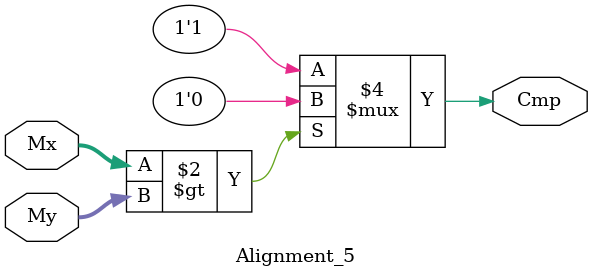
<source format=v>
module Alignment_5 (Mx , My , Cmp);
input [22:0]Mx , My;
output reg Cmp;
always@(*)
begin
    if(Mx>My)				//Compare Block
			begin
				Cmp = 1'b0;		
			end
		else
			begin
				Cmp = 1'b1;
			end
end
endmodule
</source>
